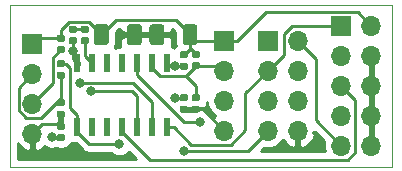
<source format=gbr>
G04 #@! TF.GenerationSoftware,KiCad,Pcbnew,(5.1.0)-1*
G04 #@! TF.CreationDate,2020-05-09T23:37:49+02:00*
G04 #@! TF.ProjectId,Token,546f6b65-6e2e-46b6-9963-61645f706362,rev?*
G04 #@! TF.SameCoordinates,Original*
G04 #@! TF.FileFunction,Copper,L1,Top*
G04 #@! TF.FilePolarity,Positive*
%FSLAX46Y46*%
G04 Gerber Fmt 4.6, Leading zero omitted, Abs format (unit mm)*
G04 Created by KiCad (PCBNEW (5.1.0)-1) date 2020-05-09 23:37:49*
%MOMM*%
%LPD*%
G04 APERTURE LIST*
G04 #@! TA.AperFunction,NonConductor*
%ADD10C,0.050000*%
G04 #@! TD*
G04 #@! TA.AperFunction,Conductor*
%ADD11C,0.100000*%
G04 #@! TD*
G04 #@! TA.AperFunction,SMDPad,CuDef*
%ADD12C,0.590000*%
G04 #@! TD*
G04 #@! TA.AperFunction,SMDPad,CuDef*
%ADD13C,1.250000*%
G04 #@! TD*
G04 #@! TA.AperFunction,ComponentPad*
%ADD14R,1.700000X1.700000*%
G04 #@! TD*
G04 #@! TA.AperFunction,ComponentPad*
%ADD15O,1.700000X1.700000*%
G04 #@! TD*
G04 #@! TA.AperFunction,SMDPad,CuDef*
%ADD16R,0.600000X1.500000*%
G04 #@! TD*
G04 #@! TA.AperFunction,ViaPad*
%ADD17C,0.800000*%
G04 #@! TD*
G04 #@! TA.AperFunction,Conductor*
%ADD18C,0.250000*%
G04 #@! TD*
G04 #@! TA.AperFunction,Conductor*
%ADD19C,0.254000*%
G04 #@! TD*
G04 APERTURE END LIST*
D10*
X138049000Y-49149000D02*
X138049000Y-48133000D01*
X170434000Y-49149000D02*
X138049000Y-49149000D01*
X138049000Y-35433000D02*
X138049000Y-48133000D01*
X170434000Y-35433000D02*
X138049000Y-35433000D01*
X170434000Y-49149000D02*
X170434000Y-35433000D01*
D11*
G04 #@! TO.N,VCC*
G04 #@! TO.C,D4*
G36*
X153983958Y-39329710D02*
G01*
X153998276Y-39331834D01*
X154012317Y-39335351D01*
X154025946Y-39340228D01*
X154039031Y-39346417D01*
X154051447Y-39353858D01*
X154063073Y-39362481D01*
X154073798Y-39372202D01*
X154083519Y-39382927D01*
X154092142Y-39394553D01*
X154099583Y-39406969D01*
X154105772Y-39420054D01*
X154110649Y-39433683D01*
X154114166Y-39447724D01*
X154116290Y-39462042D01*
X154117000Y-39476500D01*
X154117000Y-39771500D01*
X154116290Y-39785958D01*
X154114166Y-39800276D01*
X154110649Y-39814317D01*
X154105772Y-39827946D01*
X154099583Y-39841031D01*
X154092142Y-39853447D01*
X154083519Y-39865073D01*
X154073798Y-39875798D01*
X154063073Y-39885519D01*
X154051447Y-39894142D01*
X154039031Y-39901583D01*
X154025946Y-39907772D01*
X154012317Y-39912649D01*
X153998276Y-39916166D01*
X153983958Y-39918290D01*
X153969500Y-39919000D01*
X153624500Y-39919000D01*
X153610042Y-39918290D01*
X153595724Y-39916166D01*
X153581683Y-39912649D01*
X153568054Y-39907772D01*
X153554969Y-39901583D01*
X153542553Y-39894142D01*
X153530927Y-39885519D01*
X153520202Y-39875798D01*
X153510481Y-39865073D01*
X153501858Y-39853447D01*
X153494417Y-39841031D01*
X153488228Y-39827946D01*
X153483351Y-39814317D01*
X153479834Y-39800276D01*
X153477710Y-39785958D01*
X153477000Y-39771500D01*
X153477000Y-39476500D01*
X153477710Y-39462042D01*
X153479834Y-39447724D01*
X153483351Y-39433683D01*
X153488228Y-39420054D01*
X153494417Y-39406969D01*
X153501858Y-39394553D01*
X153510481Y-39382927D01*
X153520202Y-39372202D01*
X153530927Y-39362481D01*
X153542553Y-39353858D01*
X153554969Y-39346417D01*
X153568054Y-39340228D01*
X153581683Y-39335351D01*
X153595724Y-39331834D01*
X153610042Y-39329710D01*
X153624500Y-39329000D01*
X153969500Y-39329000D01*
X153983958Y-39329710D01*
X153983958Y-39329710D01*
G37*
D12*
G04 #@! TD*
G04 #@! TO.P,D4,1*
G04 #@! TO.N,VCC*
X153797000Y-39624000D03*
D11*
G04 #@! TO.N,RXD1_SCK*
G04 #@! TO.C,D4*
G36*
X153983958Y-40299710D02*
G01*
X153998276Y-40301834D01*
X154012317Y-40305351D01*
X154025946Y-40310228D01*
X154039031Y-40316417D01*
X154051447Y-40323858D01*
X154063073Y-40332481D01*
X154073798Y-40342202D01*
X154083519Y-40352927D01*
X154092142Y-40364553D01*
X154099583Y-40376969D01*
X154105772Y-40390054D01*
X154110649Y-40403683D01*
X154114166Y-40417724D01*
X154116290Y-40432042D01*
X154117000Y-40446500D01*
X154117000Y-40741500D01*
X154116290Y-40755958D01*
X154114166Y-40770276D01*
X154110649Y-40784317D01*
X154105772Y-40797946D01*
X154099583Y-40811031D01*
X154092142Y-40823447D01*
X154083519Y-40835073D01*
X154073798Y-40845798D01*
X154063073Y-40855519D01*
X154051447Y-40864142D01*
X154039031Y-40871583D01*
X154025946Y-40877772D01*
X154012317Y-40882649D01*
X153998276Y-40886166D01*
X153983958Y-40888290D01*
X153969500Y-40889000D01*
X153624500Y-40889000D01*
X153610042Y-40888290D01*
X153595724Y-40886166D01*
X153581683Y-40882649D01*
X153568054Y-40877772D01*
X153554969Y-40871583D01*
X153542553Y-40864142D01*
X153530927Y-40855519D01*
X153520202Y-40845798D01*
X153510481Y-40835073D01*
X153501858Y-40823447D01*
X153494417Y-40811031D01*
X153488228Y-40797946D01*
X153483351Y-40784317D01*
X153479834Y-40770276D01*
X153477710Y-40755958D01*
X153477000Y-40741500D01*
X153477000Y-40446500D01*
X153477710Y-40432042D01*
X153479834Y-40417724D01*
X153483351Y-40403683D01*
X153488228Y-40390054D01*
X153494417Y-40376969D01*
X153501858Y-40364553D01*
X153510481Y-40352927D01*
X153520202Y-40342202D01*
X153530927Y-40332481D01*
X153542553Y-40323858D01*
X153554969Y-40316417D01*
X153568054Y-40310228D01*
X153581683Y-40305351D01*
X153595724Y-40301834D01*
X153610042Y-40299710D01*
X153624500Y-40299000D01*
X153969500Y-40299000D01*
X153983958Y-40299710D01*
X153983958Y-40299710D01*
G37*
D12*
G04 #@! TD*
G04 #@! TO.P,D4,2*
G04 #@! TO.N,RXD1_SCK*
X153797000Y-40594000D03*
D11*
G04 #@! TO.N,VCC*
G04 #@! TO.C,C1*
G36*
X153694504Y-37099204D02*
G01*
X153718773Y-37102804D01*
X153742571Y-37108765D01*
X153765671Y-37117030D01*
X153787849Y-37127520D01*
X153808893Y-37140133D01*
X153828598Y-37154747D01*
X153846777Y-37171223D01*
X153863253Y-37189402D01*
X153877867Y-37209107D01*
X153890480Y-37230151D01*
X153900970Y-37252329D01*
X153909235Y-37275429D01*
X153915196Y-37299227D01*
X153918796Y-37323496D01*
X153920000Y-37348000D01*
X153920000Y-38598000D01*
X153918796Y-38622504D01*
X153915196Y-38646773D01*
X153909235Y-38670571D01*
X153900970Y-38693671D01*
X153890480Y-38715849D01*
X153877867Y-38736893D01*
X153863253Y-38756598D01*
X153846777Y-38774777D01*
X153828598Y-38791253D01*
X153808893Y-38805867D01*
X153787849Y-38818480D01*
X153765671Y-38828970D01*
X153742571Y-38837235D01*
X153718773Y-38843196D01*
X153694504Y-38846796D01*
X153670000Y-38848000D01*
X152920000Y-38848000D01*
X152895496Y-38846796D01*
X152871227Y-38843196D01*
X152847429Y-38837235D01*
X152824329Y-38828970D01*
X152802151Y-38818480D01*
X152781107Y-38805867D01*
X152761402Y-38791253D01*
X152743223Y-38774777D01*
X152726747Y-38756598D01*
X152712133Y-38736893D01*
X152699520Y-38715849D01*
X152689030Y-38693671D01*
X152680765Y-38670571D01*
X152674804Y-38646773D01*
X152671204Y-38622504D01*
X152670000Y-38598000D01*
X152670000Y-37348000D01*
X152671204Y-37323496D01*
X152674804Y-37299227D01*
X152680765Y-37275429D01*
X152689030Y-37252329D01*
X152699520Y-37230151D01*
X152712133Y-37209107D01*
X152726747Y-37189402D01*
X152743223Y-37171223D01*
X152761402Y-37154747D01*
X152781107Y-37140133D01*
X152802151Y-37127520D01*
X152824329Y-37117030D01*
X152847429Y-37108765D01*
X152871227Y-37102804D01*
X152895496Y-37099204D01*
X152920000Y-37098000D01*
X153670000Y-37098000D01*
X153694504Y-37099204D01*
X153694504Y-37099204D01*
G37*
D13*
G04 #@! TD*
G04 #@! TO.P,C1,1*
G04 #@! TO.N,VCC*
X153295000Y-37973000D03*
D11*
G04 #@! TO.N,GND*
G04 #@! TO.C,C1*
G36*
X150894504Y-37099204D02*
G01*
X150918773Y-37102804D01*
X150942571Y-37108765D01*
X150965671Y-37117030D01*
X150987849Y-37127520D01*
X151008893Y-37140133D01*
X151028598Y-37154747D01*
X151046777Y-37171223D01*
X151063253Y-37189402D01*
X151077867Y-37209107D01*
X151090480Y-37230151D01*
X151100970Y-37252329D01*
X151109235Y-37275429D01*
X151115196Y-37299227D01*
X151118796Y-37323496D01*
X151120000Y-37348000D01*
X151120000Y-38598000D01*
X151118796Y-38622504D01*
X151115196Y-38646773D01*
X151109235Y-38670571D01*
X151100970Y-38693671D01*
X151090480Y-38715849D01*
X151077867Y-38736893D01*
X151063253Y-38756598D01*
X151046777Y-38774777D01*
X151028598Y-38791253D01*
X151008893Y-38805867D01*
X150987849Y-38818480D01*
X150965671Y-38828970D01*
X150942571Y-38837235D01*
X150918773Y-38843196D01*
X150894504Y-38846796D01*
X150870000Y-38848000D01*
X150120000Y-38848000D01*
X150095496Y-38846796D01*
X150071227Y-38843196D01*
X150047429Y-38837235D01*
X150024329Y-38828970D01*
X150002151Y-38818480D01*
X149981107Y-38805867D01*
X149961402Y-38791253D01*
X149943223Y-38774777D01*
X149926747Y-38756598D01*
X149912133Y-38736893D01*
X149899520Y-38715849D01*
X149889030Y-38693671D01*
X149880765Y-38670571D01*
X149874804Y-38646773D01*
X149871204Y-38622504D01*
X149870000Y-38598000D01*
X149870000Y-37348000D01*
X149871204Y-37323496D01*
X149874804Y-37299227D01*
X149880765Y-37275429D01*
X149889030Y-37252329D01*
X149899520Y-37230151D01*
X149912133Y-37209107D01*
X149926747Y-37189402D01*
X149943223Y-37171223D01*
X149961402Y-37154747D01*
X149981107Y-37140133D01*
X150002151Y-37127520D01*
X150024329Y-37117030D01*
X150047429Y-37108765D01*
X150071227Y-37102804D01*
X150095496Y-37099204D01*
X150120000Y-37098000D01*
X150870000Y-37098000D01*
X150894504Y-37099204D01*
X150894504Y-37099204D01*
G37*
D13*
G04 #@! TD*
G04 #@! TO.P,C1,2*
G04 #@! TO.N,GND*
X150495000Y-37973000D03*
D14*
G04 #@! TO.P,J1,1*
G04 #@! TO.N,VCC*
X139954000Y-38735000D03*
D15*
G04 #@! TO.P,J1,2*
G04 #@! TO.N,TX_BUILDING*
X139954000Y-41275000D03*
G04 #@! TO.P,J1,3*
G04 #@! TO.N,RX_BUILDING*
X139954000Y-43815000D03*
G04 #@! TO.P,J1,4*
G04 #@! TO.N,GND*
X139954000Y-46355000D03*
G04 #@! TD*
G04 #@! TO.P,J2,4*
G04 #@! TO.N,GND*
X156210000Y-46101000D03*
G04 #@! TO.P,J2,3*
G04 #@! TO.N,TXD1_MISO*
X156210000Y-43561000D03*
G04 #@! TO.P,J2,2*
G04 #@! TO.N,RXD1_SCK*
X156210000Y-41021000D03*
D14*
G04 #@! TO.P,J2,1*
G04 #@! TO.N,VCC*
X156210000Y-38481000D03*
G04 #@! TD*
D16*
G04 #@! TO.P,U2,1*
G04 #@! TO.N,VCC*
X143764000Y-45786000D03*
G04 #@! TO.P,U2,2*
G04 #@! TO.N,Net-(U2-Pad2)*
X145034000Y-45786000D03*
G04 #@! TO.P,U2,3*
G04 #@! TO.N,Net-(U2-Pad3)*
X146304000Y-45786000D03*
G04 #@! TO.P,U2,4*
G04 #@! TO.N,RESET*
X147574000Y-45786000D03*
G04 #@! TO.P,U2,5*
G04 #@! TO.N,TX_BUILDING*
X148844000Y-45786000D03*
G04 #@! TO.P,U2,6*
G04 #@! TO.N,RX_BUILDING*
X150114000Y-45786000D03*
G04 #@! TO.P,U2,7*
G04 #@! TO.N,MOSI*
X151384000Y-45786000D03*
G04 #@! TO.P,U2,8*
G04 #@! TO.N,TXD1_MISO*
X151384000Y-40386000D03*
G04 #@! TO.P,U2,9*
G04 #@! TO.N,RXD1_SCK*
X150114000Y-40386000D03*
G04 #@! TO.P,U2,10*
G04 #@! TO.N,CE*
X148844000Y-40386000D03*
G04 #@! TO.P,U2,11*
G04 #@! TO.N,Net-(U2-Pad11)*
X147574000Y-40386000D03*
G04 #@! TO.P,U2,12*
G04 #@! TO.N,Net-(U2-Pad12)*
X146304000Y-40386000D03*
G04 #@! TO.P,U2,13*
G04 #@! TO.N,Net-(R1-Pad2)*
X145034000Y-40386000D03*
G04 #@! TO.P,U2,14*
G04 #@! TO.N,GND*
X143764000Y-40386000D03*
G04 #@! TD*
D11*
G04 #@! TO.N,VCC*
G04 #@! TO.C,C2*
G36*
X146195504Y-37099204D02*
G01*
X146219773Y-37102804D01*
X146243571Y-37108765D01*
X146266671Y-37117030D01*
X146288849Y-37127520D01*
X146309893Y-37140133D01*
X146329598Y-37154747D01*
X146347777Y-37171223D01*
X146364253Y-37189402D01*
X146378867Y-37209107D01*
X146391480Y-37230151D01*
X146401970Y-37252329D01*
X146410235Y-37275429D01*
X146416196Y-37299227D01*
X146419796Y-37323496D01*
X146421000Y-37348000D01*
X146421000Y-38598000D01*
X146419796Y-38622504D01*
X146416196Y-38646773D01*
X146410235Y-38670571D01*
X146401970Y-38693671D01*
X146391480Y-38715849D01*
X146378867Y-38736893D01*
X146364253Y-38756598D01*
X146347777Y-38774777D01*
X146329598Y-38791253D01*
X146309893Y-38805867D01*
X146288849Y-38818480D01*
X146266671Y-38828970D01*
X146243571Y-38837235D01*
X146219773Y-38843196D01*
X146195504Y-38846796D01*
X146171000Y-38848000D01*
X145421000Y-38848000D01*
X145396496Y-38846796D01*
X145372227Y-38843196D01*
X145348429Y-38837235D01*
X145325329Y-38828970D01*
X145303151Y-38818480D01*
X145282107Y-38805867D01*
X145262402Y-38791253D01*
X145244223Y-38774777D01*
X145227747Y-38756598D01*
X145213133Y-38736893D01*
X145200520Y-38715849D01*
X145190030Y-38693671D01*
X145181765Y-38670571D01*
X145175804Y-38646773D01*
X145172204Y-38622504D01*
X145171000Y-38598000D01*
X145171000Y-37348000D01*
X145172204Y-37323496D01*
X145175804Y-37299227D01*
X145181765Y-37275429D01*
X145190030Y-37252329D01*
X145200520Y-37230151D01*
X145213133Y-37209107D01*
X145227747Y-37189402D01*
X145244223Y-37171223D01*
X145262402Y-37154747D01*
X145282107Y-37140133D01*
X145303151Y-37127520D01*
X145325329Y-37117030D01*
X145348429Y-37108765D01*
X145372227Y-37102804D01*
X145396496Y-37099204D01*
X145421000Y-37098000D01*
X146171000Y-37098000D01*
X146195504Y-37099204D01*
X146195504Y-37099204D01*
G37*
D13*
G04 #@! TD*
G04 #@! TO.P,C2,1*
G04 #@! TO.N,VCC*
X145796000Y-37973000D03*
D11*
G04 #@! TO.N,GND*
G04 #@! TO.C,C2*
G36*
X148995504Y-37099204D02*
G01*
X149019773Y-37102804D01*
X149043571Y-37108765D01*
X149066671Y-37117030D01*
X149088849Y-37127520D01*
X149109893Y-37140133D01*
X149129598Y-37154747D01*
X149147777Y-37171223D01*
X149164253Y-37189402D01*
X149178867Y-37209107D01*
X149191480Y-37230151D01*
X149201970Y-37252329D01*
X149210235Y-37275429D01*
X149216196Y-37299227D01*
X149219796Y-37323496D01*
X149221000Y-37348000D01*
X149221000Y-38598000D01*
X149219796Y-38622504D01*
X149216196Y-38646773D01*
X149210235Y-38670571D01*
X149201970Y-38693671D01*
X149191480Y-38715849D01*
X149178867Y-38736893D01*
X149164253Y-38756598D01*
X149147777Y-38774777D01*
X149129598Y-38791253D01*
X149109893Y-38805867D01*
X149088849Y-38818480D01*
X149066671Y-38828970D01*
X149043571Y-38837235D01*
X149019773Y-38843196D01*
X148995504Y-38846796D01*
X148971000Y-38848000D01*
X148221000Y-38848000D01*
X148196496Y-38846796D01*
X148172227Y-38843196D01*
X148148429Y-38837235D01*
X148125329Y-38828970D01*
X148103151Y-38818480D01*
X148082107Y-38805867D01*
X148062402Y-38791253D01*
X148044223Y-38774777D01*
X148027747Y-38756598D01*
X148013133Y-38736893D01*
X148000520Y-38715849D01*
X147990030Y-38693671D01*
X147981765Y-38670571D01*
X147975804Y-38646773D01*
X147972204Y-38622504D01*
X147971000Y-38598000D01*
X147971000Y-37348000D01*
X147972204Y-37323496D01*
X147975804Y-37299227D01*
X147981765Y-37275429D01*
X147990030Y-37252329D01*
X148000520Y-37230151D01*
X148013133Y-37209107D01*
X148027747Y-37189402D01*
X148044223Y-37171223D01*
X148062402Y-37154747D01*
X148082107Y-37140133D01*
X148103151Y-37127520D01*
X148125329Y-37117030D01*
X148148429Y-37108765D01*
X148172227Y-37102804D01*
X148196496Y-37099204D01*
X148221000Y-37098000D01*
X148971000Y-37098000D01*
X148995504Y-37099204D01*
X148995504Y-37099204D01*
G37*
D13*
G04 #@! TD*
G04 #@! TO.P,C2,2*
G04 #@! TO.N,GND*
X148596000Y-37973000D03*
D11*
G04 #@! TO.N,VCC*
G04 #@! TO.C,D2*
G36*
X142553958Y-40137710D02*
G01*
X142568276Y-40139834D01*
X142582317Y-40143351D01*
X142595946Y-40148228D01*
X142609031Y-40154417D01*
X142621447Y-40161858D01*
X142633073Y-40170481D01*
X142643798Y-40180202D01*
X142653519Y-40190927D01*
X142662142Y-40202553D01*
X142669583Y-40214969D01*
X142675772Y-40228054D01*
X142680649Y-40241683D01*
X142684166Y-40255724D01*
X142686290Y-40270042D01*
X142687000Y-40284500D01*
X142687000Y-40579500D01*
X142686290Y-40593958D01*
X142684166Y-40608276D01*
X142680649Y-40622317D01*
X142675772Y-40635946D01*
X142669583Y-40649031D01*
X142662142Y-40661447D01*
X142653519Y-40673073D01*
X142643798Y-40683798D01*
X142633073Y-40693519D01*
X142621447Y-40702142D01*
X142609031Y-40709583D01*
X142595946Y-40715772D01*
X142582317Y-40720649D01*
X142568276Y-40724166D01*
X142553958Y-40726290D01*
X142539500Y-40727000D01*
X142194500Y-40727000D01*
X142180042Y-40726290D01*
X142165724Y-40724166D01*
X142151683Y-40720649D01*
X142138054Y-40715772D01*
X142124969Y-40709583D01*
X142112553Y-40702142D01*
X142100927Y-40693519D01*
X142090202Y-40683798D01*
X142080481Y-40673073D01*
X142071858Y-40661447D01*
X142064417Y-40649031D01*
X142058228Y-40635946D01*
X142053351Y-40622317D01*
X142049834Y-40608276D01*
X142047710Y-40593958D01*
X142047000Y-40579500D01*
X142047000Y-40284500D01*
X142047710Y-40270042D01*
X142049834Y-40255724D01*
X142053351Y-40241683D01*
X142058228Y-40228054D01*
X142064417Y-40214969D01*
X142071858Y-40202553D01*
X142080481Y-40190927D01*
X142090202Y-40180202D01*
X142100927Y-40170481D01*
X142112553Y-40161858D01*
X142124969Y-40154417D01*
X142138054Y-40148228D01*
X142151683Y-40143351D01*
X142165724Y-40139834D01*
X142180042Y-40137710D01*
X142194500Y-40137000D01*
X142539500Y-40137000D01*
X142553958Y-40137710D01*
X142553958Y-40137710D01*
G37*
D12*
G04 #@! TD*
G04 #@! TO.P,D2,1*
G04 #@! TO.N,VCC*
X142367000Y-40432000D03*
D11*
G04 #@! TO.N,TX_BUILDING*
G04 #@! TO.C,D2*
G36*
X142553958Y-41107710D02*
G01*
X142568276Y-41109834D01*
X142582317Y-41113351D01*
X142595946Y-41118228D01*
X142609031Y-41124417D01*
X142621447Y-41131858D01*
X142633073Y-41140481D01*
X142643798Y-41150202D01*
X142653519Y-41160927D01*
X142662142Y-41172553D01*
X142669583Y-41184969D01*
X142675772Y-41198054D01*
X142680649Y-41211683D01*
X142684166Y-41225724D01*
X142686290Y-41240042D01*
X142687000Y-41254500D01*
X142687000Y-41549500D01*
X142686290Y-41563958D01*
X142684166Y-41578276D01*
X142680649Y-41592317D01*
X142675772Y-41605946D01*
X142669583Y-41619031D01*
X142662142Y-41631447D01*
X142653519Y-41643073D01*
X142643798Y-41653798D01*
X142633073Y-41663519D01*
X142621447Y-41672142D01*
X142609031Y-41679583D01*
X142595946Y-41685772D01*
X142582317Y-41690649D01*
X142568276Y-41694166D01*
X142553958Y-41696290D01*
X142539500Y-41697000D01*
X142194500Y-41697000D01*
X142180042Y-41696290D01*
X142165724Y-41694166D01*
X142151683Y-41690649D01*
X142138054Y-41685772D01*
X142124969Y-41679583D01*
X142112553Y-41672142D01*
X142100927Y-41663519D01*
X142090202Y-41653798D01*
X142080481Y-41643073D01*
X142071858Y-41631447D01*
X142064417Y-41619031D01*
X142058228Y-41605946D01*
X142053351Y-41592317D01*
X142049834Y-41578276D01*
X142047710Y-41563958D01*
X142047000Y-41549500D01*
X142047000Y-41254500D01*
X142047710Y-41240042D01*
X142049834Y-41225724D01*
X142053351Y-41211683D01*
X142058228Y-41198054D01*
X142064417Y-41184969D01*
X142071858Y-41172553D01*
X142080481Y-41160927D01*
X142090202Y-41150202D01*
X142100927Y-41140481D01*
X142112553Y-41131858D01*
X142124969Y-41124417D01*
X142138054Y-41118228D01*
X142151683Y-41113351D01*
X142165724Y-41109834D01*
X142180042Y-41107710D01*
X142194500Y-41107000D01*
X142539500Y-41107000D01*
X142553958Y-41107710D01*
X142553958Y-41107710D01*
G37*
D12*
G04 #@! TD*
G04 #@! TO.P,D2,2*
G04 #@! TO.N,TX_BUILDING*
X142367000Y-41402000D03*
D11*
G04 #@! TO.N,TX_BUILDING*
G04 #@! TO.C,D3*
G36*
X142553958Y-43439710D02*
G01*
X142568276Y-43441834D01*
X142582317Y-43445351D01*
X142595946Y-43450228D01*
X142609031Y-43456417D01*
X142621447Y-43463858D01*
X142633073Y-43472481D01*
X142643798Y-43482202D01*
X142653519Y-43492927D01*
X142662142Y-43504553D01*
X142669583Y-43516969D01*
X142675772Y-43530054D01*
X142680649Y-43543683D01*
X142684166Y-43557724D01*
X142686290Y-43572042D01*
X142687000Y-43586500D01*
X142687000Y-43881500D01*
X142686290Y-43895958D01*
X142684166Y-43910276D01*
X142680649Y-43924317D01*
X142675772Y-43937946D01*
X142669583Y-43951031D01*
X142662142Y-43963447D01*
X142653519Y-43975073D01*
X142643798Y-43985798D01*
X142633073Y-43995519D01*
X142621447Y-44004142D01*
X142609031Y-44011583D01*
X142595946Y-44017772D01*
X142582317Y-44022649D01*
X142568276Y-44026166D01*
X142553958Y-44028290D01*
X142539500Y-44029000D01*
X142194500Y-44029000D01*
X142180042Y-44028290D01*
X142165724Y-44026166D01*
X142151683Y-44022649D01*
X142138054Y-44017772D01*
X142124969Y-44011583D01*
X142112553Y-44004142D01*
X142100927Y-43995519D01*
X142090202Y-43985798D01*
X142080481Y-43975073D01*
X142071858Y-43963447D01*
X142064417Y-43951031D01*
X142058228Y-43937946D01*
X142053351Y-43924317D01*
X142049834Y-43910276D01*
X142047710Y-43895958D01*
X142047000Y-43881500D01*
X142047000Y-43586500D01*
X142047710Y-43572042D01*
X142049834Y-43557724D01*
X142053351Y-43543683D01*
X142058228Y-43530054D01*
X142064417Y-43516969D01*
X142071858Y-43504553D01*
X142080481Y-43492927D01*
X142090202Y-43482202D01*
X142100927Y-43472481D01*
X142112553Y-43463858D01*
X142124969Y-43456417D01*
X142138054Y-43450228D01*
X142151683Y-43445351D01*
X142165724Y-43441834D01*
X142180042Y-43439710D01*
X142194500Y-43439000D01*
X142539500Y-43439000D01*
X142553958Y-43439710D01*
X142553958Y-43439710D01*
G37*
D12*
G04 #@! TD*
G04 #@! TO.P,D3,1*
G04 #@! TO.N,TX_BUILDING*
X142367000Y-43734000D03*
D11*
G04 #@! TO.N,GND*
G04 #@! TO.C,D3*
G36*
X142553958Y-44409710D02*
G01*
X142568276Y-44411834D01*
X142582317Y-44415351D01*
X142595946Y-44420228D01*
X142609031Y-44426417D01*
X142621447Y-44433858D01*
X142633073Y-44442481D01*
X142643798Y-44452202D01*
X142653519Y-44462927D01*
X142662142Y-44474553D01*
X142669583Y-44486969D01*
X142675772Y-44500054D01*
X142680649Y-44513683D01*
X142684166Y-44527724D01*
X142686290Y-44542042D01*
X142687000Y-44556500D01*
X142687000Y-44851500D01*
X142686290Y-44865958D01*
X142684166Y-44880276D01*
X142680649Y-44894317D01*
X142675772Y-44907946D01*
X142669583Y-44921031D01*
X142662142Y-44933447D01*
X142653519Y-44945073D01*
X142643798Y-44955798D01*
X142633073Y-44965519D01*
X142621447Y-44974142D01*
X142609031Y-44981583D01*
X142595946Y-44987772D01*
X142582317Y-44992649D01*
X142568276Y-44996166D01*
X142553958Y-44998290D01*
X142539500Y-44999000D01*
X142194500Y-44999000D01*
X142180042Y-44998290D01*
X142165724Y-44996166D01*
X142151683Y-44992649D01*
X142138054Y-44987772D01*
X142124969Y-44981583D01*
X142112553Y-44974142D01*
X142100927Y-44965519D01*
X142090202Y-44955798D01*
X142080481Y-44945073D01*
X142071858Y-44933447D01*
X142064417Y-44921031D01*
X142058228Y-44907946D01*
X142053351Y-44894317D01*
X142049834Y-44880276D01*
X142047710Y-44865958D01*
X142047000Y-44851500D01*
X142047000Y-44556500D01*
X142047710Y-44542042D01*
X142049834Y-44527724D01*
X142053351Y-44513683D01*
X142058228Y-44500054D01*
X142064417Y-44486969D01*
X142071858Y-44474553D01*
X142080481Y-44462927D01*
X142090202Y-44452202D01*
X142100927Y-44442481D01*
X142112553Y-44433858D01*
X142124969Y-44426417D01*
X142138054Y-44420228D01*
X142151683Y-44415351D01*
X142165724Y-44411834D01*
X142180042Y-44409710D01*
X142194500Y-44409000D01*
X142539500Y-44409000D01*
X142553958Y-44409710D01*
X142553958Y-44409710D01*
G37*
D12*
G04 #@! TD*
G04 #@! TO.P,D3,2*
G04 #@! TO.N,GND*
X142367000Y-44704000D03*
D11*
G04 #@! TO.N,GND*
G04 #@! TO.C,D5*
G36*
X153983958Y-43982710D02*
G01*
X153998276Y-43984834D01*
X154012317Y-43988351D01*
X154025946Y-43993228D01*
X154039031Y-43999417D01*
X154051447Y-44006858D01*
X154063073Y-44015481D01*
X154073798Y-44025202D01*
X154083519Y-44035927D01*
X154092142Y-44047553D01*
X154099583Y-44059969D01*
X154105772Y-44073054D01*
X154110649Y-44086683D01*
X154114166Y-44100724D01*
X154116290Y-44115042D01*
X154117000Y-44129500D01*
X154117000Y-44424500D01*
X154116290Y-44438958D01*
X154114166Y-44453276D01*
X154110649Y-44467317D01*
X154105772Y-44480946D01*
X154099583Y-44494031D01*
X154092142Y-44506447D01*
X154083519Y-44518073D01*
X154073798Y-44528798D01*
X154063073Y-44538519D01*
X154051447Y-44547142D01*
X154039031Y-44554583D01*
X154025946Y-44560772D01*
X154012317Y-44565649D01*
X153998276Y-44569166D01*
X153983958Y-44571290D01*
X153969500Y-44572000D01*
X153624500Y-44572000D01*
X153610042Y-44571290D01*
X153595724Y-44569166D01*
X153581683Y-44565649D01*
X153568054Y-44560772D01*
X153554969Y-44554583D01*
X153542553Y-44547142D01*
X153530927Y-44538519D01*
X153520202Y-44528798D01*
X153510481Y-44518073D01*
X153501858Y-44506447D01*
X153494417Y-44494031D01*
X153488228Y-44480946D01*
X153483351Y-44467317D01*
X153479834Y-44453276D01*
X153477710Y-44438958D01*
X153477000Y-44424500D01*
X153477000Y-44129500D01*
X153477710Y-44115042D01*
X153479834Y-44100724D01*
X153483351Y-44086683D01*
X153488228Y-44073054D01*
X153494417Y-44059969D01*
X153501858Y-44047553D01*
X153510481Y-44035927D01*
X153520202Y-44025202D01*
X153530927Y-44015481D01*
X153542553Y-44006858D01*
X153554969Y-43999417D01*
X153568054Y-43993228D01*
X153581683Y-43988351D01*
X153595724Y-43984834D01*
X153610042Y-43982710D01*
X153624500Y-43982000D01*
X153969500Y-43982000D01*
X153983958Y-43982710D01*
X153983958Y-43982710D01*
G37*
D12*
G04 #@! TD*
G04 #@! TO.P,D5,2*
G04 #@! TO.N,GND*
X153797000Y-44277000D03*
D11*
G04 #@! TO.N,RXD1_SCK*
G04 #@! TO.C,D5*
G36*
X153983958Y-43012710D02*
G01*
X153998276Y-43014834D01*
X154012317Y-43018351D01*
X154025946Y-43023228D01*
X154039031Y-43029417D01*
X154051447Y-43036858D01*
X154063073Y-43045481D01*
X154073798Y-43055202D01*
X154083519Y-43065927D01*
X154092142Y-43077553D01*
X154099583Y-43089969D01*
X154105772Y-43103054D01*
X154110649Y-43116683D01*
X154114166Y-43130724D01*
X154116290Y-43145042D01*
X154117000Y-43159500D01*
X154117000Y-43454500D01*
X154116290Y-43468958D01*
X154114166Y-43483276D01*
X154110649Y-43497317D01*
X154105772Y-43510946D01*
X154099583Y-43524031D01*
X154092142Y-43536447D01*
X154083519Y-43548073D01*
X154073798Y-43558798D01*
X154063073Y-43568519D01*
X154051447Y-43577142D01*
X154039031Y-43584583D01*
X154025946Y-43590772D01*
X154012317Y-43595649D01*
X153998276Y-43599166D01*
X153983958Y-43601290D01*
X153969500Y-43602000D01*
X153624500Y-43602000D01*
X153610042Y-43601290D01*
X153595724Y-43599166D01*
X153581683Y-43595649D01*
X153568054Y-43590772D01*
X153554969Y-43584583D01*
X153542553Y-43577142D01*
X153530927Y-43568519D01*
X153520202Y-43558798D01*
X153510481Y-43548073D01*
X153501858Y-43536447D01*
X153494417Y-43524031D01*
X153488228Y-43510946D01*
X153483351Y-43497317D01*
X153479834Y-43483276D01*
X153477710Y-43468958D01*
X153477000Y-43454500D01*
X153477000Y-43159500D01*
X153477710Y-43145042D01*
X153479834Y-43130724D01*
X153483351Y-43116683D01*
X153488228Y-43103054D01*
X153494417Y-43089969D01*
X153501858Y-43077553D01*
X153510481Y-43065927D01*
X153520202Y-43055202D01*
X153530927Y-43045481D01*
X153542553Y-43036858D01*
X153554969Y-43029417D01*
X153568054Y-43023228D01*
X153581683Y-43018351D01*
X153595724Y-43014834D01*
X153610042Y-43012710D01*
X153624500Y-43012000D01*
X153969500Y-43012000D01*
X153983958Y-43012710D01*
X153983958Y-43012710D01*
G37*
D12*
G04 #@! TD*
G04 #@! TO.P,D5,1*
G04 #@! TO.N,RXD1_SCK*
X153797000Y-43307000D03*
D11*
G04 #@! TO.N,RX_BUILDING*
G04 #@! TO.C,D6*
G36*
X142553958Y-38948710D02*
G01*
X142568276Y-38950834D01*
X142582317Y-38954351D01*
X142595946Y-38959228D01*
X142609031Y-38965417D01*
X142621447Y-38972858D01*
X142633073Y-38981481D01*
X142643798Y-38991202D01*
X142653519Y-39001927D01*
X142662142Y-39013553D01*
X142669583Y-39025969D01*
X142675772Y-39039054D01*
X142680649Y-39052683D01*
X142684166Y-39066724D01*
X142686290Y-39081042D01*
X142687000Y-39095500D01*
X142687000Y-39390500D01*
X142686290Y-39404958D01*
X142684166Y-39419276D01*
X142680649Y-39433317D01*
X142675772Y-39446946D01*
X142669583Y-39460031D01*
X142662142Y-39472447D01*
X142653519Y-39484073D01*
X142643798Y-39494798D01*
X142633073Y-39504519D01*
X142621447Y-39513142D01*
X142609031Y-39520583D01*
X142595946Y-39526772D01*
X142582317Y-39531649D01*
X142568276Y-39535166D01*
X142553958Y-39537290D01*
X142539500Y-39538000D01*
X142194500Y-39538000D01*
X142180042Y-39537290D01*
X142165724Y-39535166D01*
X142151683Y-39531649D01*
X142138054Y-39526772D01*
X142124969Y-39520583D01*
X142112553Y-39513142D01*
X142100927Y-39504519D01*
X142090202Y-39494798D01*
X142080481Y-39484073D01*
X142071858Y-39472447D01*
X142064417Y-39460031D01*
X142058228Y-39446946D01*
X142053351Y-39433317D01*
X142049834Y-39419276D01*
X142047710Y-39404958D01*
X142047000Y-39390500D01*
X142047000Y-39095500D01*
X142047710Y-39081042D01*
X142049834Y-39066724D01*
X142053351Y-39052683D01*
X142058228Y-39039054D01*
X142064417Y-39025969D01*
X142071858Y-39013553D01*
X142080481Y-39001927D01*
X142090202Y-38991202D01*
X142100927Y-38981481D01*
X142112553Y-38972858D01*
X142124969Y-38965417D01*
X142138054Y-38959228D01*
X142151683Y-38954351D01*
X142165724Y-38950834D01*
X142180042Y-38948710D01*
X142194500Y-38948000D01*
X142539500Y-38948000D01*
X142553958Y-38948710D01*
X142553958Y-38948710D01*
G37*
D12*
G04 #@! TD*
G04 #@! TO.P,D6,2*
G04 #@! TO.N,RX_BUILDING*
X142367000Y-39243000D03*
D11*
G04 #@! TO.N,VCC*
G04 #@! TO.C,D6*
G36*
X142553958Y-37978710D02*
G01*
X142568276Y-37980834D01*
X142582317Y-37984351D01*
X142595946Y-37989228D01*
X142609031Y-37995417D01*
X142621447Y-38002858D01*
X142633073Y-38011481D01*
X142643798Y-38021202D01*
X142653519Y-38031927D01*
X142662142Y-38043553D01*
X142669583Y-38055969D01*
X142675772Y-38069054D01*
X142680649Y-38082683D01*
X142684166Y-38096724D01*
X142686290Y-38111042D01*
X142687000Y-38125500D01*
X142687000Y-38420500D01*
X142686290Y-38434958D01*
X142684166Y-38449276D01*
X142680649Y-38463317D01*
X142675772Y-38476946D01*
X142669583Y-38490031D01*
X142662142Y-38502447D01*
X142653519Y-38514073D01*
X142643798Y-38524798D01*
X142633073Y-38534519D01*
X142621447Y-38543142D01*
X142609031Y-38550583D01*
X142595946Y-38556772D01*
X142582317Y-38561649D01*
X142568276Y-38565166D01*
X142553958Y-38567290D01*
X142539500Y-38568000D01*
X142194500Y-38568000D01*
X142180042Y-38567290D01*
X142165724Y-38565166D01*
X142151683Y-38561649D01*
X142138054Y-38556772D01*
X142124969Y-38550583D01*
X142112553Y-38543142D01*
X142100927Y-38534519D01*
X142090202Y-38524798D01*
X142080481Y-38514073D01*
X142071858Y-38502447D01*
X142064417Y-38490031D01*
X142058228Y-38476946D01*
X142053351Y-38463317D01*
X142049834Y-38449276D01*
X142047710Y-38434958D01*
X142047000Y-38420500D01*
X142047000Y-38125500D01*
X142047710Y-38111042D01*
X142049834Y-38096724D01*
X142053351Y-38082683D01*
X142058228Y-38069054D01*
X142064417Y-38055969D01*
X142071858Y-38043553D01*
X142080481Y-38031927D01*
X142090202Y-38021202D01*
X142100927Y-38011481D01*
X142112553Y-38002858D01*
X142124969Y-37995417D01*
X142138054Y-37989228D01*
X142151683Y-37984351D01*
X142165724Y-37980834D01*
X142180042Y-37978710D01*
X142194500Y-37978000D01*
X142539500Y-37978000D01*
X142553958Y-37978710D01*
X142553958Y-37978710D01*
G37*
D12*
G04 #@! TD*
G04 #@! TO.P,D6,1*
G04 #@! TO.N,VCC*
X142367000Y-38273000D03*
D11*
G04 #@! TO.N,GND*
G04 #@! TO.C,D7*
G36*
X142553958Y-45425710D02*
G01*
X142568276Y-45427834D01*
X142582317Y-45431351D01*
X142595946Y-45436228D01*
X142609031Y-45442417D01*
X142621447Y-45449858D01*
X142633073Y-45458481D01*
X142643798Y-45468202D01*
X142653519Y-45478927D01*
X142662142Y-45490553D01*
X142669583Y-45502969D01*
X142675772Y-45516054D01*
X142680649Y-45529683D01*
X142684166Y-45543724D01*
X142686290Y-45558042D01*
X142687000Y-45572500D01*
X142687000Y-45867500D01*
X142686290Y-45881958D01*
X142684166Y-45896276D01*
X142680649Y-45910317D01*
X142675772Y-45923946D01*
X142669583Y-45937031D01*
X142662142Y-45949447D01*
X142653519Y-45961073D01*
X142643798Y-45971798D01*
X142633073Y-45981519D01*
X142621447Y-45990142D01*
X142609031Y-45997583D01*
X142595946Y-46003772D01*
X142582317Y-46008649D01*
X142568276Y-46012166D01*
X142553958Y-46014290D01*
X142539500Y-46015000D01*
X142194500Y-46015000D01*
X142180042Y-46014290D01*
X142165724Y-46012166D01*
X142151683Y-46008649D01*
X142138054Y-46003772D01*
X142124969Y-45997583D01*
X142112553Y-45990142D01*
X142100927Y-45981519D01*
X142090202Y-45971798D01*
X142080481Y-45961073D01*
X142071858Y-45949447D01*
X142064417Y-45937031D01*
X142058228Y-45923946D01*
X142053351Y-45910317D01*
X142049834Y-45896276D01*
X142047710Y-45881958D01*
X142047000Y-45867500D01*
X142047000Y-45572500D01*
X142047710Y-45558042D01*
X142049834Y-45543724D01*
X142053351Y-45529683D01*
X142058228Y-45516054D01*
X142064417Y-45502969D01*
X142071858Y-45490553D01*
X142080481Y-45478927D01*
X142090202Y-45468202D01*
X142100927Y-45458481D01*
X142112553Y-45449858D01*
X142124969Y-45442417D01*
X142138054Y-45436228D01*
X142151683Y-45431351D01*
X142165724Y-45427834D01*
X142180042Y-45425710D01*
X142194500Y-45425000D01*
X142539500Y-45425000D01*
X142553958Y-45425710D01*
X142553958Y-45425710D01*
G37*
D12*
G04 #@! TD*
G04 #@! TO.P,D7,2*
G04 #@! TO.N,GND*
X142367000Y-45720000D03*
D11*
G04 #@! TO.N,RX_BUILDING*
G04 #@! TO.C,D7*
G36*
X142553958Y-46395710D02*
G01*
X142568276Y-46397834D01*
X142582317Y-46401351D01*
X142595946Y-46406228D01*
X142609031Y-46412417D01*
X142621447Y-46419858D01*
X142633073Y-46428481D01*
X142643798Y-46438202D01*
X142653519Y-46448927D01*
X142662142Y-46460553D01*
X142669583Y-46472969D01*
X142675772Y-46486054D01*
X142680649Y-46499683D01*
X142684166Y-46513724D01*
X142686290Y-46528042D01*
X142687000Y-46542500D01*
X142687000Y-46837500D01*
X142686290Y-46851958D01*
X142684166Y-46866276D01*
X142680649Y-46880317D01*
X142675772Y-46893946D01*
X142669583Y-46907031D01*
X142662142Y-46919447D01*
X142653519Y-46931073D01*
X142643798Y-46941798D01*
X142633073Y-46951519D01*
X142621447Y-46960142D01*
X142609031Y-46967583D01*
X142595946Y-46973772D01*
X142582317Y-46978649D01*
X142568276Y-46982166D01*
X142553958Y-46984290D01*
X142539500Y-46985000D01*
X142194500Y-46985000D01*
X142180042Y-46984290D01*
X142165724Y-46982166D01*
X142151683Y-46978649D01*
X142138054Y-46973772D01*
X142124969Y-46967583D01*
X142112553Y-46960142D01*
X142100927Y-46951519D01*
X142090202Y-46941798D01*
X142080481Y-46931073D01*
X142071858Y-46919447D01*
X142064417Y-46907031D01*
X142058228Y-46893946D01*
X142053351Y-46880317D01*
X142049834Y-46866276D01*
X142047710Y-46851958D01*
X142047000Y-46837500D01*
X142047000Y-46542500D01*
X142047710Y-46528042D01*
X142049834Y-46513724D01*
X142053351Y-46499683D01*
X142058228Y-46486054D01*
X142064417Y-46472969D01*
X142071858Y-46460553D01*
X142080481Y-46448927D01*
X142090202Y-46438202D01*
X142100927Y-46428481D01*
X142112553Y-46419858D01*
X142124969Y-46412417D01*
X142138054Y-46406228D01*
X142151683Y-46401351D01*
X142165724Y-46397834D01*
X142180042Y-46395710D01*
X142194500Y-46395000D01*
X142539500Y-46395000D01*
X142553958Y-46395710D01*
X142553958Y-46395710D01*
G37*
D12*
G04 #@! TD*
G04 #@! TO.P,D7,1*
G04 #@! TO.N,RX_BUILDING*
X142367000Y-46690000D03*
D11*
G04 #@! TO.N,TXD1_MISO*
G04 #@! TO.C,D8*
G36*
X152967958Y-40345710D02*
G01*
X152982276Y-40347834D01*
X152996317Y-40351351D01*
X153009946Y-40356228D01*
X153023031Y-40362417D01*
X153035447Y-40369858D01*
X153047073Y-40378481D01*
X153057798Y-40388202D01*
X153067519Y-40398927D01*
X153076142Y-40410553D01*
X153083583Y-40422969D01*
X153089772Y-40436054D01*
X153094649Y-40449683D01*
X153098166Y-40463724D01*
X153100290Y-40478042D01*
X153101000Y-40492500D01*
X153101000Y-40787500D01*
X153100290Y-40801958D01*
X153098166Y-40816276D01*
X153094649Y-40830317D01*
X153089772Y-40843946D01*
X153083583Y-40857031D01*
X153076142Y-40869447D01*
X153067519Y-40881073D01*
X153057798Y-40891798D01*
X153047073Y-40901519D01*
X153035447Y-40910142D01*
X153023031Y-40917583D01*
X153009946Y-40923772D01*
X152996317Y-40928649D01*
X152982276Y-40932166D01*
X152967958Y-40934290D01*
X152953500Y-40935000D01*
X152608500Y-40935000D01*
X152594042Y-40934290D01*
X152579724Y-40932166D01*
X152565683Y-40928649D01*
X152552054Y-40923772D01*
X152538969Y-40917583D01*
X152526553Y-40910142D01*
X152514927Y-40901519D01*
X152504202Y-40891798D01*
X152494481Y-40881073D01*
X152485858Y-40869447D01*
X152478417Y-40857031D01*
X152472228Y-40843946D01*
X152467351Y-40830317D01*
X152463834Y-40816276D01*
X152461710Y-40801958D01*
X152461000Y-40787500D01*
X152461000Y-40492500D01*
X152461710Y-40478042D01*
X152463834Y-40463724D01*
X152467351Y-40449683D01*
X152472228Y-40436054D01*
X152478417Y-40422969D01*
X152485858Y-40410553D01*
X152494481Y-40398927D01*
X152504202Y-40388202D01*
X152514927Y-40378481D01*
X152526553Y-40369858D01*
X152538969Y-40362417D01*
X152552054Y-40356228D01*
X152565683Y-40351351D01*
X152579724Y-40347834D01*
X152594042Y-40345710D01*
X152608500Y-40345000D01*
X152953500Y-40345000D01*
X152967958Y-40345710D01*
X152967958Y-40345710D01*
G37*
D12*
G04 #@! TD*
G04 #@! TO.P,D8,2*
G04 #@! TO.N,TXD1_MISO*
X152781000Y-40640000D03*
D11*
G04 #@! TO.N,VCC*
G04 #@! TO.C,D8*
G36*
X152967958Y-39375710D02*
G01*
X152982276Y-39377834D01*
X152996317Y-39381351D01*
X153009946Y-39386228D01*
X153023031Y-39392417D01*
X153035447Y-39399858D01*
X153047073Y-39408481D01*
X153057798Y-39418202D01*
X153067519Y-39428927D01*
X153076142Y-39440553D01*
X153083583Y-39452969D01*
X153089772Y-39466054D01*
X153094649Y-39479683D01*
X153098166Y-39493724D01*
X153100290Y-39508042D01*
X153101000Y-39522500D01*
X153101000Y-39817500D01*
X153100290Y-39831958D01*
X153098166Y-39846276D01*
X153094649Y-39860317D01*
X153089772Y-39873946D01*
X153083583Y-39887031D01*
X153076142Y-39899447D01*
X153067519Y-39911073D01*
X153057798Y-39921798D01*
X153047073Y-39931519D01*
X153035447Y-39940142D01*
X153023031Y-39947583D01*
X153009946Y-39953772D01*
X152996317Y-39958649D01*
X152982276Y-39962166D01*
X152967958Y-39964290D01*
X152953500Y-39965000D01*
X152608500Y-39965000D01*
X152594042Y-39964290D01*
X152579724Y-39962166D01*
X152565683Y-39958649D01*
X152552054Y-39953772D01*
X152538969Y-39947583D01*
X152526553Y-39940142D01*
X152514927Y-39931519D01*
X152504202Y-39921798D01*
X152494481Y-39911073D01*
X152485858Y-39899447D01*
X152478417Y-39887031D01*
X152472228Y-39873946D01*
X152467351Y-39860317D01*
X152463834Y-39846276D01*
X152461710Y-39831958D01*
X152461000Y-39817500D01*
X152461000Y-39522500D01*
X152461710Y-39508042D01*
X152463834Y-39493724D01*
X152467351Y-39479683D01*
X152472228Y-39466054D01*
X152478417Y-39452969D01*
X152485858Y-39440553D01*
X152494481Y-39428927D01*
X152504202Y-39418202D01*
X152514927Y-39408481D01*
X152526553Y-39399858D01*
X152538969Y-39392417D01*
X152552054Y-39386228D01*
X152565683Y-39381351D01*
X152579724Y-39377834D01*
X152594042Y-39375710D01*
X152608500Y-39375000D01*
X152953500Y-39375000D01*
X152967958Y-39375710D01*
X152967958Y-39375710D01*
G37*
D12*
G04 #@! TD*
G04 #@! TO.P,D8,1*
G04 #@! TO.N,VCC*
X152781000Y-39670000D03*
D11*
G04 #@! TO.N,TXD1_MISO*
G04 #@! TO.C,D9*
G36*
X152967958Y-43012710D02*
G01*
X152982276Y-43014834D01*
X152996317Y-43018351D01*
X153009946Y-43023228D01*
X153023031Y-43029417D01*
X153035447Y-43036858D01*
X153047073Y-43045481D01*
X153057798Y-43055202D01*
X153067519Y-43065927D01*
X153076142Y-43077553D01*
X153083583Y-43089969D01*
X153089772Y-43103054D01*
X153094649Y-43116683D01*
X153098166Y-43130724D01*
X153100290Y-43145042D01*
X153101000Y-43159500D01*
X153101000Y-43454500D01*
X153100290Y-43468958D01*
X153098166Y-43483276D01*
X153094649Y-43497317D01*
X153089772Y-43510946D01*
X153083583Y-43524031D01*
X153076142Y-43536447D01*
X153067519Y-43548073D01*
X153057798Y-43558798D01*
X153047073Y-43568519D01*
X153035447Y-43577142D01*
X153023031Y-43584583D01*
X153009946Y-43590772D01*
X152996317Y-43595649D01*
X152982276Y-43599166D01*
X152967958Y-43601290D01*
X152953500Y-43602000D01*
X152608500Y-43602000D01*
X152594042Y-43601290D01*
X152579724Y-43599166D01*
X152565683Y-43595649D01*
X152552054Y-43590772D01*
X152538969Y-43584583D01*
X152526553Y-43577142D01*
X152514927Y-43568519D01*
X152504202Y-43558798D01*
X152494481Y-43548073D01*
X152485858Y-43536447D01*
X152478417Y-43524031D01*
X152472228Y-43510946D01*
X152467351Y-43497317D01*
X152463834Y-43483276D01*
X152461710Y-43468958D01*
X152461000Y-43454500D01*
X152461000Y-43159500D01*
X152461710Y-43145042D01*
X152463834Y-43130724D01*
X152467351Y-43116683D01*
X152472228Y-43103054D01*
X152478417Y-43089969D01*
X152485858Y-43077553D01*
X152494481Y-43065927D01*
X152504202Y-43055202D01*
X152514927Y-43045481D01*
X152526553Y-43036858D01*
X152538969Y-43029417D01*
X152552054Y-43023228D01*
X152565683Y-43018351D01*
X152579724Y-43014834D01*
X152594042Y-43012710D01*
X152608500Y-43012000D01*
X152953500Y-43012000D01*
X152967958Y-43012710D01*
X152967958Y-43012710D01*
G37*
D12*
G04 #@! TD*
G04 #@! TO.P,D9,1*
G04 #@! TO.N,TXD1_MISO*
X152781000Y-43307000D03*
D11*
G04 #@! TO.N,GND*
G04 #@! TO.C,D9*
G36*
X152967958Y-43982710D02*
G01*
X152982276Y-43984834D01*
X152996317Y-43988351D01*
X153009946Y-43993228D01*
X153023031Y-43999417D01*
X153035447Y-44006858D01*
X153047073Y-44015481D01*
X153057798Y-44025202D01*
X153067519Y-44035927D01*
X153076142Y-44047553D01*
X153083583Y-44059969D01*
X153089772Y-44073054D01*
X153094649Y-44086683D01*
X153098166Y-44100724D01*
X153100290Y-44115042D01*
X153101000Y-44129500D01*
X153101000Y-44424500D01*
X153100290Y-44438958D01*
X153098166Y-44453276D01*
X153094649Y-44467317D01*
X153089772Y-44480946D01*
X153083583Y-44494031D01*
X153076142Y-44506447D01*
X153067519Y-44518073D01*
X153057798Y-44528798D01*
X153047073Y-44538519D01*
X153035447Y-44547142D01*
X153023031Y-44554583D01*
X153009946Y-44560772D01*
X152996317Y-44565649D01*
X152982276Y-44569166D01*
X152967958Y-44571290D01*
X152953500Y-44572000D01*
X152608500Y-44572000D01*
X152594042Y-44571290D01*
X152579724Y-44569166D01*
X152565683Y-44565649D01*
X152552054Y-44560772D01*
X152538969Y-44554583D01*
X152526553Y-44547142D01*
X152514927Y-44538519D01*
X152504202Y-44528798D01*
X152494481Y-44518073D01*
X152485858Y-44506447D01*
X152478417Y-44494031D01*
X152472228Y-44480946D01*
X152467351Y-44467317D01*
X152463834Y-44453276D01*
X152461710Y-44438958D01*
X152461000Y-44424500D01*
X152461000Y-44129500D01*
X152461710Y-44115042D01*
X152463834Y-44100724D01*
X152467351Y-44086683D01*
X152472228Y-44073054D01*
X152478417Y-44059969D01*
X152485858Y-44047553D01*
X152494481Y-44035927D01*
X152504202Y-44025202D01*
X152514927Y-44015481D01*
X152526553Y-44006858D01*
X152538969Y-43999417D01*
X152552054Y-43993228D01*
X152565683Y-43988351D01*
X152579724Y-43984834D01*
X152594042Y-43982710D01*
X152608500Y-43982000D01*
X152953500Y-43982000D01*
X152967958Y-43982710D01*
X152967958Y-43982710D01*
G37*
D12*
G04 #@! TD*
G04 #@! TO.P,D9,2*
G04 #@! TO.N,GND*
X152781000Y-44277000D03*
D14*
G04 #@! TO.P,J3,1*
G04 #@! TO.N,MOSI*
X166116000Y-37211000D03*
D15*
G04 #@! TO.P,J3,2*
G04 #@! TO.N,VCC*
X168656000Y-37211000D03*
G04 #@! TO.P,J3,3*
G04 #@! TO.N,Net-(J3-Pad3)*
X166116000Y-39751000D03*
G04 #@! TO.P,J3,4*
G04 #@! TO.N,GND*
X168656000Y-39751000D03*
G04 #@! TO.P,J3,5*
G04 #@! TO.N,RESET*
X166116000Y-42291000D03*
G04 #@! TO.P,J3,6*
G04 #@! TO.N,GND*
X168656000Y-42291000D03*
G04 #@! TO.P,J3,7*
G04 #@! TO.N,RXD1_SCK*
X166116000Y-44831000D03*
G04 #@! TO.P,J3,8*
G04 #@! TO.N,GND*
X168656000Y-44831000D03*
G04 #@! TO.P,J3,9*
G04 #@! TO.N,TXD1_MISO*
X166116000Y-47371000D03*
G04 #@! TO.P,J3,10*
G04 #@! TO.N,GND*
X168656000Y-47371000D03*
G04 #@! TD*
D11*
G04 #@! TO.N,Net-(D1-Pad2)*
G04 #@! TO.C,R1*
G36*
X144585958Y-37216710D02*
G01*
X144600276Y-37218834D01*
X144614317Y-37222351D01*
X144627946Y-37227228D01*
X144641031Y-37233417D01*
X144653447Y-37240858D01*
X144665073Y-37249481D01*
X144675798Y-37259202D01*
X144685519Y-37269927D01*
X144694142Y-37281553D01*
X144701583Y-37293969D01*
X144707772Y-37307054D01*
X144712649Y-37320683D01*
X144716166Y-37334724D01*
X144718290Y-37349042D01*
X144719000Y-37363500D01*
X144719000Y-37658500D01*
X144718290Y-37672958D01*
X144716166Y-37687276D01*
X144712649Y-37701317D01*
X144707772Y-37714946D01*
X144701583Y-37728031D01*
X144694142Y-37740447D01*
X144685519Y-37752073D01*
X144675798Y-37762798D01*
X144665073Y-37772519D01*
X144653447Y-37781142D01*
X144641031Y-37788583D01*
X144627946Y-37794772D01*
X144614317Y-37799649D01*
X144600276Y-37803166D01*
X144585958Y-37805290D01*
X144571500Y-37806000D01*
X144226500Y-37806000D01*
X144212042Y-37805290D01*
X144197724Y-37803166D01*
X144183683Y-37799649D01*
X144170054Y-37794772D01*
X144156969Y-37788583D01*
X144144553Y-37781142D01*
X144132927Y-37772519D01*
X144122202Y-37762798D01*
X144112481Y-37752073D01*
X144103858Y-37740447D01*
X144096417Y-37728031D01*
X144090228Y-37714946D01*
X144085351Y-37701317D01*
X144081834Y-37687276D01*
X144079710Y-37672958D01*
X144079000Y-37658500D01*
X144079000Y-37363500D01*
X144079710Y-37349042D01*
X144081834Y-37334724D01*
X144085351Y-37320683D01*
X144090228Y-37307054D01*
X144096417Y-37293969D01*
X144103858Y-37281553D01*
X144112481Y-37269927D01*
X144122202Y-37259202D01*
X144132927Y-37249481D01*
X144144553Y-37240858D01*
X144156969Y-37233417D01*
X144170054Y-37227228D01*
X144183683Y-37222351D01*
X144197724Y-37218834D01*
X144212042Y-37216710D01*
X144226500Y-37216000D01*
X144571500Y-37216000D01*
X144585958Y-37216710D01*
X144585958Y-37216710D01*
G37*
D12*
G04 #@! TD*
G04 #@! TO.P,R1,1*
G04 #@! TO.N,Net-(D1-Pad2)*
X144399000Y-37511000D03*
D11*
G04 #@! TO.N,Net-(R1-Pad2)*
G04 #@! TO.C,R1*
G36*
X144585958Y-38186710D02*
G01*
X144600276Y-38188834D01*
X144614317Y-38192351D01*
X144627946Y-38197228D01*
X144641031Y-38203417D01*
X144653447Y-38210858D01*
X144665073Y-38219481D01*
X144675798Y-38229202D01*
X144685519Y-38239927D01*
X144694142Y-38251553D01*
X144701583Y-38263969D01*
X144707772Y-38277054D01*
X144712649Y-38290683D01*
X144716166Y-38304724D01*
X144718290Y-38319042D01*
X144719000Y-38333500D01*
X144719000Y-38628500D01*
X144718290Y-38642958D01*
X144716166Y-38657276D01*
X144712649Y-38671317D01*
X144707772Y-38684946D01*
X144701583Y-38698031D01*
X144694142Y-38710447D01*
X144685519Y-38722073D01*
X144675798Y-38732798D01*
X144665073Y-38742519D01*
X144653447Y-38751142D01*
X144641031Y-38758583D01*
X144627946Y-38764772D01*
X144614317Y-38769649D01*
X144600276Y-38773166D01*
X144585958Y-38775290D01*
X144571500Y-38776000D01*
X144226500Y-38776000D01*
X144212042Y-38775290D01*
X144197724Y-38773166D01*
X144183683Y-38769649D01*
X144170054Y-38764772D01*
X144156969Y-38758583D01*
X144144553Y-38751142D01*
X144132927Y-38742519D01*
X144122202Y-38732798D01*
X144112481Y-38722073D01*
X144103858Y-38710447D01*
X144096417Y-38698031D01*
X144090228Y-38684946D01*
X144085351Y-38671317D01*
X144081834Y-38657276D01*
X144079710Y-38642958D01*
X144079000Y-38628500D01*
X144079000Y-38333500D01*
X144079710Y-38319042D01*
X144081834Y-38304724D01*
X144085351Y-38290683D01*
X144090228Y-38277054D01*
X144096417Y-38263969D01*
X144103858Y-38251553D01*
X144112481Y-38239927D01*
X144122202Y-38229202D01*
X144132927Y-38219481D01*
X144144553Y-38210858D01*
X144156969Y-38203417D01*
X144170054Y-38197228D01*
X144183683Y-38192351D01*
X144197724Y-38188834D01*
X144212042Y-38186710D01*
X144226500Y-38186000D01*
X144571500Y-38186000D01*
X144585958Y-38186710D01*
X144585958Y-38186710D01*
G37*
D12*
G04 #@! TD*
G04 #@! TO.P,R1,2*
G04 #@! TO.N,Net-(R1-Pad2)*
X144399000Y-38481000D03*
D11*
G04 #@! TO.N,GND*
G04 #@! TO.C,D1*
G36*
X143569958Y-38186710D02*
G01*
X143584276Y-38188834D01*
X143598317Y-38192351D01*
X143611946Y-38197228D01*
X143625031Y-38203417D01*
X143637447Y-38210858D01*
X143649073Y-38219481D01*
X143659798Y-38229202D01*
X143669519Y-38239927D01*
X143678142Y-38251553D01*
X143685583Y-38263969D01*
X143691772Y-38277054D01*
X143696649Y-38290683D01*
X143700166Y-38304724D01*
X143702290Y-38319042D01*
X143703000Y-38333500D01*
X143703000Y-38628500D01*
X143702290Y-38642958D01*
X143700166Y-38657276D01*
X143696649Y-38671317D01*
X143691772Y-38684946D01*
X143685583Y-38698031D01*
X143678142Y-38710447D01*
X143669519Y-38722073D01*
X143659798Y-38732798D01*
X143649073Y-38742519D01*
X143637447Y-38751142D01*
X143625031Y-38758583D01*
X143611946Y-38764772D01*
X143598317Y-38769649D01*
X143584276Y-38773166D01*
X143569958Y-38775290D01*
X143555500Y-38776000D01*
X143210500Y-38776000D01*
X143196042Y-38775290D01*
X143181724Y-38773166D01*
X143167683Y-38769649D01*
X143154054Y-38764772D01*
X143140969Y-38758583D01*
X143128553Y-38751142D01*
X143116927Y-38742519D01*
X143106202Y-38732798D01*
X143096481Y-38722073D01*
X143087858Y-38710447D01*
X143080417Y-38698031D01*
X143074228Y-38684946D01*
X143069351Y-38671317D01*
X143065834Y-38657276D01*
X143063710Y-38642958D01*
X143063000Y-38628500D01*
X143063000Y-38333500D01*
X143063710Y-38319042D01*
X143065834Y-38304724D01*
X143069351Y-38290683D01*
X143074228Y-38277054D01*
X143080417Y-38263969D01*
X143087858Y-38251553D01*
X143096481Y-38239927D01*
X143106202Y-38229202D01*
X143116927Y-38219481D01*
X143128553Y-38210858D01*
X143140969Y-38203417D01*
X143154054Y-38197228D01*
X143167683Y-38192351D01*
X143181724Y-38188834D01*
X143196042Y-38186710D01*
X143210500Y-38186000D01*
X143555500Y-38186000D01*
X143569958Y-38186710D01*
X143569958Y-38186710D01*
G37*
D12*
G04 #@! TD*
G04 #@! TO.P,D1,1*
G04 #@! TO.N,GND*
X143383000Y-38481000D03*
D11*
G04 #@! TO.N,Net-(D1-Pad2)*
G04 #@! TO.C,D1*
G36*
X143569958Y-37216710D02*
G01*
X143584276Y-37218834D01*
X143598317Y-37222351D01*
X143611946Y-37227228D01*
X143625031Y-37233417D01*
X143637447Y-37240858D01*
X143649073Y-37249481D01*
X143659798Y-37259202D01*
X143669519Y-37269927D01*
X143678142Y-37281553D01*
X143685583Y-37293969D01*
X143691772Y-37307054D01*
X143696649Y-37320683D01*
X143700166Y-37334724D01*
X143702290Y-37349042D01*
X143703000Y-37363500D01*
X143703000Y-37658500D01*
X143702290Y-37672958D01*
X143700166Y-37687276D01*
X143696649Y-37701317D01*
X143691772Y-37714946D01*
X143685583Y-37728031D01*
X143678142Y-37740447D01*
X143669519Y-37752073D01*
X143659798Y-37762798D01*
X143649073Y-37772519D01*
X143637447Y-37781142D01*
X143625031Y-37788583D01*
X143611946Y-37794772D01*
X143598317Y-37799649D01*
X143584276Y-37803166D01*
X143569958Y-37805290D01*
X143555500Y-37806000D01*
X143210500Y-37806000D01*
X143196042Y-37805290D01*
X143181724Y-37803166D01*
X143167683Y-37799649D01*
X143154054Y-37794772D01*
X143140969Y-37788583D01*
X143128553Y-37781142D01*
X143116927Y-37772519D01*
X143106202Y-37762798D01*
X143096481Y-37752073D01*
X143087858Y-37740447D01*
X143080417Y-37728031D01*
X143074228Y-37714946D01*
X143069351Y-37701317D01*
X143065834Y-37687276D01*
X143063710Y-37672958D01*
X143063000Y-37658500D01*
X143063000Y-37363500D01*
X143063710Y-37349042D01*
X143065834Y-37334724D01*
X143069351Y-37320683D01*
X143074228Y-37307054D01*
X143080417Y-37293969D01*
X143087858Y-37281553D01*
X143096481Y-37269927D01*
X143106202Y-37259202D01*
X143116927Y-37249481D01*
X143128553Y-37240858D01*
X143140969Y-37233417D01*
X143154054Y-37227228D01*
X143167683Y-37222351D01*
X143181724Y-37218834D01*
X143196042Y-37216710D01*
X143210500Y-37216000D01*
X143555500Y-37216000D01*
X143569958Y-37216710D01*
X143569958Y-37216710D01*
G37*
D12*
G04 #@! TD*
G04 #@! TO.P,D1,2*
G04 #@! TO.N,Net-(D1-Pad2)*
X143383000Y-37511000D03*
D15*
G04 #@! TO.P,J4,8*
G04 #@! TO.N,GND*
X162433000Y-46101000D03*
G04 #@! TO.P,J4,7*
G04 #@! TO.N,VCC*
X159893000Y-46101000D03*
G04 #@! TO.P,J4,6*
G04 #@! TO.N,CE*
X162433000Y-43561000D03*
G04 #@! TO.P,J4,5*
G04 #@! TO.N,CSN*
X159893000Y-43561000D03*
G04 #@! TO.P,J4,4*
G04 #@! TO.N,RXD1_SCK*
X162433000Y-41021000D03*
G04 #@! TO.P,J4,3*
G04 #@! TO.N,MOSI*
X159893000Y-41021000D03*
G04 #@! TO.P,J4,2*
G04 #@! TO.N,TXD1_MISO*
X162433000Y-38481000D03*
D14*
G04 #@! TO.P,J4,1*
G04 #@! TO.N,IRQ*
X159893000Y-38481000D03*
G04 #@! TD*
D17*
G04 #@! TO.N,TX_BUILDING*
X144907000Y-42762000D03*
G04 #@! TO.N,RX_BUILDING*
X141605000Y-46609000D03*
X144018000Y-42037000D03*
G04 #@! TO.N,GND*
X143383000Y-39370000D03*
X147574000Y-37973000D03*
G04 #@! TO.N,VCC*
X152781000Y-47821001D03*
X147320000Y-47244000D03*
G04 #@! TO.N,TXD1_MISO*
X152019000Y-40640000D03*
X152019000Y-43307000D03*
G04 #@! TO.N,CE*
X154178000Y-45339000D03*
G04 #@! TD*
D18*
G04 #@! TO.N,Net-(D1-Pad2)*
X143383000Y-37511000D02*
X144399000Y-37511000D01*
G04 #@! TO.N,TX_BUILDING*
X141947000Y-43734000D02*
X142367000Y-43734000D01*
X140690999Y-44990001D02*
X141947000Y-43734000D01*
X139389999Y-44990001D02*
X140690999Y-44990001D01*
X138778999Y-44379001D02*
X139389999Y-44990001D01*
X138778999Y-42450001D02*
X138778999Y-44379001D01*
X139954000Y-41275000D02*
X138778999Y-42450001D01*
X142367000Y-43314000D02*
X142367000Y-41402000D01*
X141947000Y-43734000D02*
X142367000Y-43314000D01*
X148844000Y-45786000D02*
X148844000Y-43180000D01*
X148844000Y-43180000D02*
X148426000Y-42762000D01*
X148426000Y-42762000D02*
X144907000Y-42762000D01*
G04 #@! TO.N,RX_BUILDING*
X140803999Y-42965001D02*
X139954000Y-43815000D01*
X141721990Y-42047010D02*
X140803999Y-42965001D01*
X141721990Y-39888010D02*
X141721990Y-42047010D01*
X142367000Y-39243000D02*
X141721990Y-39888010D01*
X142367000Y-46690000D02*
X141686000Y-46690000D01*
X141686000Y-46690000D02*
X141605000Y-46609000D01*
X150114000Y-45786000D02*
X150114000Y-45336000D01*
X150114000Y-45336000D02*
X150114000Y-43688000D01*
X150114000Y-43688000D02*
X148463000Y-42037000D01*
X148463000Y-42037000D02*
X144018000Y-42037000D01*
G04 #@! TO.N,GND*
X143383000Y-40005000D02*
X143764000Y-40386000D01*
X142073999Y-45505001D02*
X142367000Y-45212000D01*
X140803999Y-45505001D02*
X142073999Y-45505001D01*
X139954000Y-46355000D02*
X140803999Y-45505001D01*
X142367000Y-44704000D02*
X142367000Y-45212000D01*
X142367000Y-45212000D02*
X142367000Y-45720000D01*
X150495000Y-37973000D02*
X148596000Y-37973000D01*
X152781000Y-44277000D02*
X153797000Y-44277000D01*
X154386000Y-44277000D02*
X153797000Y-44277000D01*
X156210000Y-46101000D02*
X154386000Y-44277000D01*
X168656000Y-47371000D02*
X168656000Y-39751000D01*
X143383000Y-39370000D02*
X143383000Y-40005000D01*
X143383000Y-38481000D02*
X143383000Y-39370000D01*
X147574000Y-37973000D02*
X148596000Y-37973000D01*
G04 #@! TO.N,Net-(R1-Pad2)*
X144399000Y-39751000D02*
X145034000Y-40386000D01*
X144399000Y-38481000D02*
X144399000Y-39751000D01*
G04 #@! TO.N,VCC*
X140416000Y-38273000D02*
X139954000Y-38735000D01*
X142367000Y-38273000D02*
X140416000Y-38273000D01*
X143764000Y-44786000D02*
X143764000Y-45786000D01*
X143138999Y-44160999D02*
X143764000Y-44786000D01*
X143138999Y-40783999D02*
X143138999Y-44160999D01*
X142787000Y-40432000D02*
X143138999Y-40783999D01*
X142367000Y-40432000D02*
X142787000Y-40432000D01*
X142367000Y-37878000D02*
X142367000Y-38273000D01*
X142367000Y-37538768D02*
X142367000Y-37878000D01*
X143014778Y-36890990D02*
X142367000Y-37538768D01*
X144767222Y-36890990D02*
X143014778Y-36890990D01*
X145100290Y-37224058D02*
X144767222Y-36890990D01*
X145100290Y-37277290D02*
X145100290Y-37224058D01*
X145796000Y-37973000D02*
X145100290Y-37277290D01*
X153803000Y-38481000D02*
X153295000Y-37973000D01*
X156210000Y-38481000D02*
X153803000Y-38481000D01*
X159893000Y-46101000D02*
X158172999Y-47821001D01*
X158172999Y-47821001D02*
X152781000Y-47821001D01*
X157310000Y-38481000D02*
X156210000Y-38481000D01*
X159755001Y-36035999D02*
X157310000Y-38481000D01*
X167480999Y-36035999D02*
X159755001Y-36035999D01*
X168656000Y-37211000D02*
X167480999Y-36035999D01*
X153295000Y-39122000D02*
X153797000Y-39624000D01*
X153295000Y-37973000D02*
X153295000Y-39122000D01*
X153295000Y-39156000D02*
X152781000Y-39670000D01*
X153295000Y-39122000D02*
X153295000Y-39156000D01*
X144772000Y-47244000D02*
X147320000Y-47244000D01*
X143764000Y-45786000D02*
X143764000Y-46236000D01*
X143764000Y-46236000D02*
X144772000Y-47244000D01*
X152599290Y-37277290D02*
X153295000Y-37973000D01*
X152094990Y-36772990D02*
X152599290Y-37277290D01*
X146996010Y-36772990D02*
X152094990Y-36772990D01*
X145796000Y-37973000D02*
X146996010Y-36772990D01*
G04 #@! TO.N,RXD1_SCK*
X150114000Y-40836000D02*
X150114000Y-40386000D01*
X150739001Y-41461001D02*
X150114000Y-40836000D01*
X152948231Y-41461001D02*
X150739001Y-41461001D01*
X153462832Y-40946400D02*
X152948231Y-41461001D01*
X153462832Y-40928168D02*
X153462832Y-40946400D01*
X153797000Y-40594000D02*
X153462832Y-40928168D01*
X155783000Y-40594000D02*
X156210000Y-41021000D01*
X153797000Y-40594000D02*
X155783000Y-40594000D01*
X153797000Y-42309770D02*
X152948231Y-41461001D01*
X153797000Y-43307000D02*
X153797000Y-42309770D01*
G04 #@! TO.N,TXD1_MISO*
X151638000Y-40640000D02*
X151384000Y-40386000D01*
X152019000Y-40640000D02*
X151638000Y-40640000D01*
X152781000Y-40640000D02*
X152019000Y-40640000D01*
X152781000Y-43307000D02*
X152019000Y-43307000D01*
X162433000Y-38481000D02*
X163957000Y-40005000D01*
X163957000Y-45212000D02*
X166116000Y-47371000D01*
X163957000Y-40005000D02*
X163957000Y-45212000D01*
G04 #@! TO.N,MOSI*
X156774001Y-47276001D02*
X157988000Y-46062002D01*
X153424001Y-47276001D02*
X156774001Y-47276001D01*
X151384000Y-45786000D02*
X151934000Y-45786000D01*
X151934000Y-45786000D02*
X153424001Y-47276001D01*
X157988000Y-42926000D02*
X159893000Y-41021000D01*
X157988000Y-46062002D02*
X157988000Y-42926000D01*
X165016000Y-37211000D02*
X166116000Y-37211000D01*
X161963998Y-37211000D02*
X165016000Y-37211000D01*
X161257999Y-37916999D02*
X161963998Y-37211000D01*
X161257999Y-39656001D02*
X161257999Y-37916999D01*
X159893000Y-41021000D02*
X161257999Y-39656001D01*
G04 #@! TO.N,RESET*
X166965999Y-43140999D02*
X166116000Y-42291000D01*
X167291001Y-43466001D02*
X166965999Y-43140999D01*
X167291001Y-47935001D02*
X167291001Y-43466001D01*
X149884001Y-48546001D02*
X166680001Y-48546001D01*
X147574000Y-46236000D02*
X149884001Y-48546001D01*
X166680001Y-48546001D02*
X167291001Y-47935001D01*
X147574000Y-45786000D02*
X147574000Y-46236000D01*
G04 #@! TO.N,CE*
X152797000Y-45339000D02*
X154178000Y-45339000D01*
X148844000Y-40386000D02*
X148844000Y-41386000D01*
X148844000Y-41386000D02*
X152797000Y-45339000D01*
G04 #@! TD*
D19*
G04 #@! TO.N,GND*
G36*
X140081000Y-46228000D02*
G01*
X140101000Y-46228000D01*
X140101000Y-46482000D01*
X140081000Y-46482000D01*
X140081000Y-47675814D01*
X140310891Y-47796481D01*
X140585252Y-47699157D01*
X140835355Y-47550178D01*
X140969567Y-47429201D01*
X141114744Y-47526205D01*
X141303102Y-47604226D01*
X141503061Y-47644000D01*
X141706939Y-47644000D01*
X141906898Y-47604226D01*
X141958464Y-47582867D01*
X142041243Y-47607977D01*
X142194500Y-47623072D01*
X142539500Y-47623072D01*
X142692757Y-47607977D01*
X142840125Y-47563274D01*
X142975940Y-47490679D01*
X143094983Y-47392983D01*
X143192679Y-47273940D01*
X143264738Y-47139128D01*
X143339518Y-47161812D01*
X143464000Y-47174072D01*
X143627271Y-47174072D01*
X144208201Y-47755003D01*
X144231999Y-47784001D01*
X144347724Y-47878974D01*
X144479753Y-47949546D01*
X144623014Y-47993003D01*
X144734667Y-48004000D01*
X144734676Y-48004000D01*
X144771999Y-48007676D01*
X144809322Y-48004000D01*
X146616289Y-48004000D01*
X146660226Y-48047937D01*
X146829744Y-48161205D01*
X147018102Y-48239226D01*
X147218061Y-48279000D01*
X147421939Y-48279000D01*
X147621898Y-48239226D01*
X147810256Y-48161205D01*
X147979774Y-48047937D01*
X148123937Y-47903774D01*
X148141175Y-47877976D01*
X148752198Y-48489000D01*
X138709000Y-48489000D01*
X138709000Y-47157637D01*
X138856412Y-47355269D01*
X139072645Y-47550178D01*
X139322748Y-47699157D01*
X139597109Y-47796481D01*
X139827000Y-47675814D01*
X139827000Y-46482000D01*
X139807000Y-46482000D01*
X139807000Y-46228000D01*
X139827000Y-46228000D01*
X139827000Y-46208000D01*
X140081000Y-46208000D01*
X140081000Y-46228000D01*
X140081000Y-46228000D01*
G37*
X140081000Y-46228000D02*
X140101000Y-46228000D01*
X140101000Y-46482000D01*
X140081000Y-46482000D01*
X140081000Y-47675814D01*
X140310891Y-47796481D01*
X140585252Y-47699157D01*
X140835355Y-47550178D01*
X140969567Y-47429201D01*
X141114744Y-47526205D01*
X141303102Y-47604226D01*
X141503061Y-47644000D01*
X141706939Y-47644000D01*
X141906898Y-47604226D01*
X141958464Y-47582867D01*
X142041243Y-47607977D01*
X142194500Y-47623072D01*
X142539500Y-47623072D01*
X142692757Y-47607977D01*
X142840125Y-47563274D01*
X142975940Y-47490679D01*
X143094983Y-47392983D01*
X143192679Y-47273940D01*
X143264738Y-47139128D01*
X143339518Y-47161812D01*
X143464000Y-47174072D01*
X143627271Y-47174072D01*
X144208201Y-47755003D01*
X144231999Y-47784001D01*
X144347724Y-47878974D01*
X144479753Y-47949546D01*
X144623014Y-47993003D01*
X144734667Y-48004000D01*
X144734676Y-48004000D01*
X144771999Y-48007676D01*
X144809322Y-48004000D01*
X146616289Y-48004000D01*
X146660226Y-48047937D01*
X146829744Y-48161205D01*
X147018102Y-48239226D01*
X147218061Y-48279000D01*
X147421939Y-48279000D01*
X147621898Y-48239226D01*
X147810256Y-48161205D01*
X147979774Y-48047937D01*
X148123937Y-47903774D01*
X148141175Y-47877976D01*
X148752198Y-48489000D01*
X138709000Y-48489000D01*
X138709000Y-47157637D01*
X138856412Y-47355269D01*
X139072645Y-47550178D01*
X139322748Y-47699157D01*
X139597109Y-47796481D01*
X139827000Y-47675814D01*
X139827000Y-46482000D01*
X139807000Y-46482000D01*
X139807000Y-46228000D01*
X139827000Y-46228000D01*
X139827000Y-46208000D01*
X140081000Y-46208000D01*
X140081000Y-46228000D01*
G36*
X162560000Y-45974000D02*
G01*
X162580000Y-45974000D01*
X162580000Y-46228000D01*
X162560000Y-46228000D01*
X162560000Y-47421814D01*
X162789891Y-47542481D01*
X163064252Y-47445157D01*
X163314355Y-47296178D01*
X163530588Y-47101269D01*
X163704641Y-46867920D01*
X163829825Y-46605099D01*
X163874476Y-46457890D01*
X163753156Y-46228002D01*
X163898201Y-46228002D01*
X164675203Y-47005005D01*
X164652487Y-47079889D01*
X164623815Y-47371000D01*
X164652487Y-47662111D01*
X164690069Y-47786001D01*
X159282800Y-47786001D01*
X159527005Y-47541797D01*
X159601889Y-47564513D01*
X159820050Y-47586000D01*
X159965950Y-47586000D01*
X160184111Y-47564513D01*
X160464034Y-47479599D01*
X160722014Y-47341706D01*
X160948134Y-47156134D01*
X161133706Y-46930014D01*
X161164584Y-46872244D01*
X161335412Y-47101269D01*
X161551645Y-47296178D01*
X161801748Y-47445157D01*
X162076109Y-47542481D01*
X162306000Y-47421814D01*
X162306000Y-46228000D01*
X162286000Y-46228000D01*
X162286000Y-45974000D01*
X162306000Y-45974000D01*
X162306000Y-45954000D01*
X162560000Y-45954000D01*
X162560000Y-45974000D01*
X162560000Y-45974000D01*
G37*
X162560000Y-45974000D02*
X162580000Y-45974000D01*
X162580000Y-46228000D01*
X162560000Y-46228000D01*
X162560000Y-47421814D01*
X162789891Y-47542481D01*
X163064252Y-47445157D01*
X163314355Y-47296178D01*
X163530588Y-47101269D01*
X163704641Y-46867920D01*
X163829825Y-46605099D01*
X163874476Y-46457890D01*
X163753156Y-46228002D01*
X163898201Y-46228002D01*
X164675203Y-47005005D01*
X164652487Y-47079889D01*
X164623815Y-47371000D01*
X164652487Y-47662111D01*
X164690069Y-47786001D01*
X159282800Y-47786001D01*
X159527005Y-47541797D01*
X159601889Y-47564513D01*
X159820050Y-47586000D01*
X159965950Y-47586000D01*
X160184111Y-47564513D01*
X160464034Y-47479599D01*
X160722014Y-47341706D01*
X160948134Y-47156134D01*
X161133706Y-46930014D01*
X161164584Y-46872244D01*
X161335412Y-47101269D01*
X161551645Y-47296178D01*
X161801748Y-47445157D01*
X162076109Y-47542481D01*
X162306000Y-47421814D01*
X162306000Y-46228000D01*
X162286000Y-46228000D01*
X162286000Y-45974000D01*
X162306000Y-45974000D01*
X162306000Y-45954000D01*
X162560000Y-45954000D01*
X162560000Y-45974000D01*
G36*
X168783000Y-39624000D02*
G01*
X168803000Y-39624000D01*
X168803000Y-39878000D01*
X168783000Y-39878000D01*
X168783000Y-42164000D01*
X168803000Y-42164000D01*
X168803000Y-42418000D01*
X168783000Y-42418000D01*
X168783000Y-44704000D01*
X168803000Y-44704000D01*
X168803000Y-44958000D01*
X168783000Y-44958000D01*
X168783000Y-47244000D01*
X168803000Y-47244000D01*
X168803000Y-47498000D01*
X168783000Y-47498000D01*
X168783000Y-47518000D01*
X168529000Y-47518000D01*
X168529000Y-47498000D01*
X168509000Y-47498000D01*
X168509000Y-47244000D01*
X168529000Y-47244000D01*
X168529000Y-44958000D01*
X168509000Y-44958000D01*
X168509000Y-44704000D01*
X168529000Y-44704000D01*
X168529000Y-42418000D01*
X168509000Y-42418000D01*
X168509000Y-42164000D01*
X168529000Y-42164000D01*
X168529000Y-39878000D01*
X168509000Y-39878000D01*
X168509000Y-39624000D01*
X168529000Y-39624000D01*
X168529000Y-39604000D01*
X168783000Y-39604000D01*
X168783000Y-39624000D01*
X168783000Y-39624000D01*
G37*
X168783000Y-39624000D02*
X168803000Y-39624000D01*
X168803000Y-39878000D01*
X168783000Y-39878000D01*
X168783000Y-42164000D01*
X168803000Y-42164000D01*
X168803000Y-42418000D01*
X168783000Y-42418000D01*
X168783000Y-44704000D01*
X168803000Y-44704000D01*
X168803000Y-44958000D01*
X168783000Y-44958000D01*
X168783000Y-47244000D01*
X168803000Y-47244000D01*
X168803000Y-47498000D01*
X168783000Y-47498000D01*
X168783000Y-47518000D01*
X168529000Y-47518000D01*
X168529000Y-47498000D01*
X168509000Y-47498000D01*
X168509000Y-47244000D01*
X168529000Y-47244000D01*
X168529000Y-44958000D01*
X168509000Y-44958000D01*
X168509000Y-44704000D01*
X168529000Y-44704000D01*
X168529000Y-42418000D01*
X168509000Y-42418000D01*
X168509000Y-42164000D01*
X168529000Y-42164000D01*
X168529000Y-39878000D01*
X168509000Y-39878000D01*
X168509000Y-39624000D01*
X168529000Y-39624000D01*
X168529000Y-39604000D01*
X168783000Y-39604000D01*
X168783000Y-39624000D01*
G36*
X156337000Y-45974000D02*
G01*
X156357000Y-45974000D01*
X156357000Y-46228000D01*
X156337000Y-46228000D01*
X156337000Y-46248000D01*
X156083000Y-46248000D01*
X156083000Y-46228000D01*
X156063000Y-46228000D01*
X156063000Y-45974000D01*
X156083000Y-45974000D01*
X156083000Y-45954000D01*
X156337000Y-45954000D01*
X156337000Y-45974000D01*
X156337000Y-45974000D01*
G37*
X156337000Y-45974000D02*
X156357000Y-45974000D01*
X156357000Y-46228000D01*
X156337000Y-46228000D01*
X156337000Y-46248000D01*
X156083000Y-46248000D01*
X156083000Y-46228000D01*
X156063000Y-46228000D01*
X156063000Y-45974000D01*
X156083000Y-45974000D01*
X156083000Y-45954000D01*
X156337000Y-45954000D01*
X156337000Y-45974000D01*
G36*
X142514000Y-44831000D02*
G01*
X142494000Y-44831000D01*
X142494000Y-45593000D01*
X142514000Y-45593000D01*
X142514000Y-45756928D01*
X142220000Y-45756928D01*
X142220000Y-45593000D01*
X142240000Y-45593000D01*
X142240000Y-44831000D01*
X142220000Y-44831000D01*
X142220000Y-44667072D01*
X142514000Y-44667072D01*
X142514000Y-44831000D01*
X142514000Y-44831000D01*
G37*
X142514000Y-44831000D02*
X142494000Y-44831000D01*
X142494000Y-45593000D01*
X142514000Y-45593000D01*
X142514000Y-45756928D01*
X142220000Y-45756928D01*
X142220000Y-45593000D01*
X142240000Y-45593000D01*
X142240000Y-44831000D01*
X142220000Y-44831000D01*
X142220000Y-44667072D01*
X142514000Y-44667072D01*
X142514000Y-44831000D01*
G36*
X154746487Y-43852111D02*
G01*
X154831401Y-44132034D01*
X154969294Y-44390014D01*
X155154866Y-44616134D01*
X155380986Y-44801706D01*
X155445523Y-44836201D01*
X155328645Y-44905822D01*
X155174712Y-45044574D01*
X155173226Y-45037102D01*
X155095205Y-44848744D01*
X154981937Y-44679226D01*
X154837774Y-44535063D01*
X154668256Y-44421795D01*
X154479898Y-44343774D01*
X154279939Y-44304000D01*
X154076061Y-44304000D01*
X153876102Y-44343774D01*
X153687744Y-44421795D01*
X153684444Y-44424000D01*
X153670000Y-44424000D01*
X153670000Y-44404000D01*
X152936802Y-44404000D01*
X152772874Y-44240072D01*
X152953500Y-44240072D01*
X153106757Y-44224977D01*
X153254125Y-44180274D01*
X153289000Y-44161633D01*
X153323875Y-44180274D01*
X153471243Y-44224977D01*
X153624500Y-44240072D01*
X153969500Y-44240072D01*
X154122757Y-44224977D01*
X154270125Y-44180274D01*
X154326763Y-44150000D01*
X154593250Y-44150000D01*
X154752000Y-43991250D01*
X154755072Y-43982000D01*
X154742812Y-43857518D01*
X154706502Y-43737820D01*
X154702688Y-43730684D01*
X154726723Y-43651449D01*
X154746487Y-43852111D01*
X154746487Y-43852111D01*
G37*
X154746487Y-43852111D02*
X154831401Y-44132034D01*
X154969294Y-44390014D01*
X155154866Y-44616134D01*
X155380986Y-44801706D01*
X155445523Y-44836201D01*
X155328645Y-44905822D01*
X155174712Y-45044574D01*
X155173226Y-45037102D01*
X155095205Y-44848744D01*
X154981937Y-44679226D01*
X154837774Y-44535063D01*
X154668256Y-44421795D01*
X154479898Y-44343774D01*
X154279939Y-44304000D01*
X154076061Y-44304000D01*
X153876102Y-44343774D01*
X153687744Y-44421795D01*
X153684444Y-44424000D01*
X153670000Y-44424000D01*
X153670000Y-44404000D01*
X152936802Y-44404000D01*
X152772874Y-44240072D01*
X152953500Y-44240072D01*
X153106757Y-44224977D01*
X153254125Y-44180274D01*
X153289000Y-44161633D01*
X153323875Y-44180274D01*
X153471243Y-44224977D01*
X153624500Y-44240072D01*
X153969500Y-44240072D01*
X154122757Y-44224977D01*
X154270125Y-44180274D01*
X154326763Y-44150000D01*
X154593250Y-44150000D01*
X154752000Y-43991250D01*
X154755072Y-43982000D01*
X154742812Y-43857518D01*
X154706502Y-43737820D01*
X154702688Y-43730684D01*
X154726723Y-43651449D01*
X154746487Y-43852111D01*
G36*
X143828585Y-40253940D02*
G01*
X143859000Y-40291001D01*
X143887998Y-40314799D01*
X143911000Y-40337801D01*
X143911000Y-40513000D01*
X143891000Y-40513000D01*
X143891000Y-40533000D01*
X143857057Y-40533000D01*
X143844545Y-40491752D01*
X143773973Y-40359723D01*
X143679000Y-40243998D01*
X143672910Y-40239000D01*
X143816324Y-40239000D01*
X143828585Y-40253940D01*
X143828585Y-40253940D01*
G37*
X143828585Y-40253940D02*
X143859000Y-40291001D01*
X143887998Y-40314799D01*
X143911000Y-40337801D01*
X143911000Y-40513000D01*
X143891000Y-40513000D01*
X143891000Y-40533000D01*
X143857057Y-40533000D01*
X143844545Y-40491752D01*
X143773973Y-40359723D01*
X143679000Y-40243998D01*
X143672910Y-40239000D01*
X143816324Y-40239000D01*
X143828585Y-40253940D01*
G36*
X147336000Y-37687250D02*
G01*
X147494750Y-37846000D01*
X148469000Y-37846000D01*
X148469000Y-37826000D01*
X148723000Y-37826000D01*
X148723000Y-37846000D01*
X150368000Y-37846000D01*
X150368000Y-37826000D01*
X150622000Y-37826000D01*
X150622000Y-37846000D01*
X151596250Y-37846000D01*
X151755000Y-37687250D01*
X151755804Y-37532990D01*
X151780189Y-37532990D01*
X152031928Y-37784729D01*
X152031928Y-38598000D01*
X152048992Y-38771254D01*
X152097341Y-38930641D01*
X152053017Y-38967017D01*
X151969613Y-39068645D01*
X151928180Y-39046498D01*
X151808482Y-39010188D01*
X151736524Y-39003101D01*
X151745812Y-38972482D01*
X151758072Y-38848000D01*
X151755000Y-38258750D01*
X151596250Y-38100000D01*
X150622000Y-38100000D01*
X150622000Y-38120000D01*
X150368000Y-38120000D01*
X150368000Y-38100000D01*
X148723000Y-38100000D01*
X148723000Y-38120000D01*
X148469000Y-38120000D01*
X148469000Y-38100000D01*
X147494750Y-38100000D01*
X147336000Y-38258750D01*
X147332928Y-38848000D01*
X147345188Y-38972482D01*
X147352907Y-38997928D01*
X147274000Y-38997928D01*
X147149518Y-39010188D01*
X147029820Y-39046498D01*
X146939000Y-39095043D01*
X146914461Y-39081927D01*
X146991472Y-38937850D01*
X147042008Y-38771254D01*
X147059072Y-38598000D01*
X147059072Y-37784730D01*
X147310813Y-37532990D01*
X147335196Y-37532990D01*
X147336000Y-37687250D01*
X147336000Y-37687250D01*
G37*
X147336000Y-37687250D02*
X147494750Y-37846000D01*
X148469000Y-37846000D01*
X148469000Y-37826000D01*
X148723000Y-37826000D01*
X148723000Y-37846000D01*
X150368000Y-37846000D01*
X150368000Y-37826000D01*
X150622000Y-37826000D01*
X150622000Y-37846000D01*
X151596250Y-37846000D01*
X151755000Y-37687250D01*
X151755804Y-37532990D01*
X151780189Y-37532990D01*
X152031928Y-37784729D01*
X152031928Y-38598000D01*
X152048992Y-38771254D01*
X152097341Y-38930641D01*
X152053017Y-38967017D01*
X151969613Y-39068645D01*
X151928180Y-39046498D01*
X151808482Y-39010188D01*
X151736524Y-39003101D01*
X151745812Y-38972482D01*
X151758072Y-38848000D01*
X151755000Y-38258750D01*
X151596250Y-38100000D01*
X150622000Y-38100000D01*
X150622000Y-38120000D01*
X150368000Y-38120000D01*
X150368000Y-38100000D01*
X148723000Y-38100000D01*
X148723000Y-38120000D01*
X148469000Y-38120000D01*
X148469000Y-38100000D01*
X147494750Y-38100000D01*
X147336000Y-38258750D01*
X147332928Y-38848000D01*
X147345188Y-38972482D01*
X147352907Y-38997928D01*
X147274000Y-38997928D01*
X147149518Y-39010188D01*
X147029820Y-39046498D01*
X146939000Y-39095043D01*
X146914461Y-39081927D01*
X146991472Y-38937850D01*
X147042008Y-38771254D01*
X147059072Y-38598000D01*
X147059072Y-37784730D01*
X147310813Y-37532990D01*
X147335196Y-37532990D01*
X147336000Y-37687250D01*
G36*
X143440928Y-38628000D02*
G01*
X143293523Y-38628000D01*
X143309977Y-38573757D01*
X143322750Y-38444072D01*
X143440928Y-38444072D01*
X143440928Y-38628000D01*
X143440928Y-38628000D01*
G37*
X143440928Y-38628000D02*
X143293523Y-38628000D01*
X143309977Y-38573757D01*
X143322750Y-38444072D01*
X143440928Y-38444072D01*
X143440928Y-38628000D01*
G04 #@! TD*
M02*

</source>
